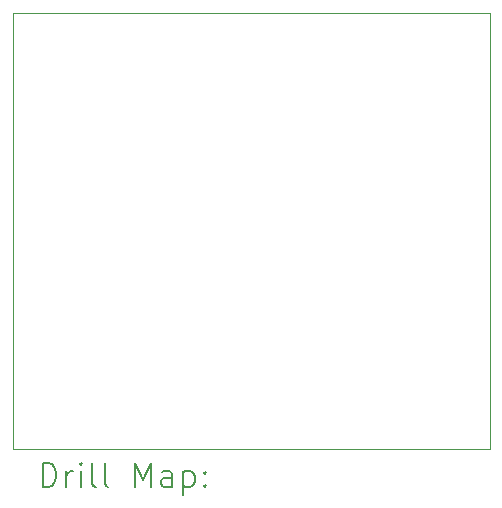
<source format=gbr>
%TF.GenerationSoftware,KiCad,Pcbnew,7.0.9*%
%TF.CreationDate,2023-11-10T13:40:12+01:00*%
%TF.ProjectId,MPX5100DP-SMD-board,4d505835-3130-4304-9450-2d534d442d62,1.1*%
%TF.SameCoordinates,Original*%
%TF.FileFunction,Drillmap*%
%TF.FilePolarity,Positive*%
%FSLAX45Y45*%
G04 Gerber Fmt 4.5, Leading zero omitted, Abs format (unit mm)*
G04 Created by KiCad (PCBNEW 7.0.9) date 2023-11-10 13:40:12*
%MOMM*%
%LPD*%
G01*
G04 APERTURE LIST*
%ADD10C,0.100000*%
%ADD11C,0.200000*%
G04 APERTURE END LIST*
D10*
X9848399Y-5676900D02*
X5809799Y-5676900D01*
X5809799Y-5384800D01*
X5809799Y-3543300D01*
X5809799Y-1981200D01*
X9848399Y-1981200D01*
X9848399Y-5676900D01*
D11*
X6065576Y-5993384D02*
X6065576Y-5793384D01*
X6065576Y-5793384D02*
X6113195Y-5793384D01*
X6113195Y-5793384D02*
X6141767Y-5802908D01*
X6141767Y-5802908D02*
X6160814Y-5821955D01*
X6160814Y-5821955D02*
X6170338Y-5841003D01*
X6170338Y-5841003D02*
X6179862Y-5879098D01*
X6179862Y-5879098D02*
X6179862Y-5907669D01*
X6179862Y-5907669D02*
X6170338Y-5945765D01*
X6170338Y-5945765D02*
X6160814Y-5964812D01*
X6160814Y-5964812D02*
X6141767Y-5983860D01*
X6141767Y-5983860D02*
X6113195Y-5993384D01*
X6113195Y-5993384D02*
X6065576Y-5993384D01*
X6265576Y-5993384D02*
X6265576Y-5860050D01*
X6265576Y-5898146D02*
X6275100Y-5879098D01*
X6275100Y-5879098D02*
X6284624Y-5869574D01*
X6284624Y-5869574D02*
X6303671Y-5860050D01*
X6303671Y-5860050D02*
X6322719Y-5860050D01*
X6389386Y-5993384D02*
X6389386Y-5860050D01*
X6389386Y-5793384D02*
X6379862Y-5802908D01*
X6379862Y-5802908D02*
X6389386Y-5812431D01*
X6389386Y-5812431D02*
X6398909Y-5802908D01*
X6398909Y-5802908D02*
X6389386Y-5793384D01*
X6389386Y-5793384D02*
X6389386Y-5812431D01*
X6513195Y-5993384D02*
X6494148Y-5983860D01*
X6494148Y-5983860D02*
X6484624Y-5964812D01*
X6484624Y-5964812D02*
X6484624Y-5793384D01*
X6617957Y-5993384D02*
X6598909Y-5983860D01*
X6598909Y-5983860D02*
X6589386Y-5964812D01*
X6589386Y-5964812D02*
X6589386Y-5793384D01*
X6846529Y-5993384D02*
X6846529Y-5793384D01*
X6846529Y-5793384D02*
X6913195Y-5936241D01*
X6913195Y-5936241D02*
X6979862Y-5793384D01*
X6979862Y-5793384D02*
X6979862Y-5993384D01*
X7160814Y-5993384D02*
X7160814Y-5888622D01*
X7160814Y-5888622D02*
X7151290Y-5869574D01*
X7151290Y-5869574D02*
X7132243Y-5860050D01*
X7132243Y-5860050D02*
X7094148Y-5860050D01*
X7094148Y-5860050D02*
X7075100Y-5869574D01*
X7160814Y-5983860D02*
X7141767Y-5993384D01*
X7141767Y-5993384D02*
X7094148Y-5993384D01*
X7094148Y-5993384D02*
X7075100Y-5983860D01*
X7075100Y-5983860D02*
X7065576Y-5964812D01*
X7065576Y-5964812D02*
X7065576Y-5945765D01*
X7065576Y-5945765D02*
X7075100Y-5926717D01*
X7075100Y-5926717D02*
X7094148Y-5917193D01*
X7094148Y-5917193D02*
X7141767Y-5917193D01*
X7141767Y-5917193D02*
X7160814Y-5907669D01*
X7256052Y-5860050D02*
X7256052Y-6060050D01*
X7256052Y-5869574D02*
X7275100Y-5860050D01*
X7275100Y-5860050D02*
X7313195Y-5860050D01*
X7313195Y-5860050D02*
X7332243Y-5869574D01*
X7332243Y-5869574D02*
X7341767Y-5879098D01*
X7341767Y-5879098D02*
X7351290Y-5898146D01*
X7351290Y-5898146D02*
X7351290Y-5955288D01*
X7351290Y-5955288D02*
X7341767Y-5974336D01*
X7341767Y-5974336D02*
X7332243Y-5983860D01*
X7332243Y-5983860D02*
X7313195Y-5993384D01*
X7313195Y-5993384D02*
X7275100Y-5993384D01*
X7275100Y-5993384D02*
X7256052Y-5983860D01*
X7437005Y-5974336D02*
X7446529Y-5983860D01*
X7446529Y-5983860D02*
X7437005Y-5993384D01*
X7437005Y-5993384D02*
X7427481Y-5983860D01*
X7427481Y-5983860D02*
X7437005Y-5974336D01*
X7437005Y-5974336D02*
X7437005Y-5993384D01*
X7437005Y-5869574D02*
X7446529Y-5879098D01*
X7446529Y-5879098D02*
X7437005Y-5888622D01*
X7437005Y-5888622D02*
X7427481Y-5879098D01*
X7427481Y-5879098D02*
X7437005Y-5869574D01*
X7437005Y-5869574D02*
X7437005Y-5888622D01*
M02*

</source>
